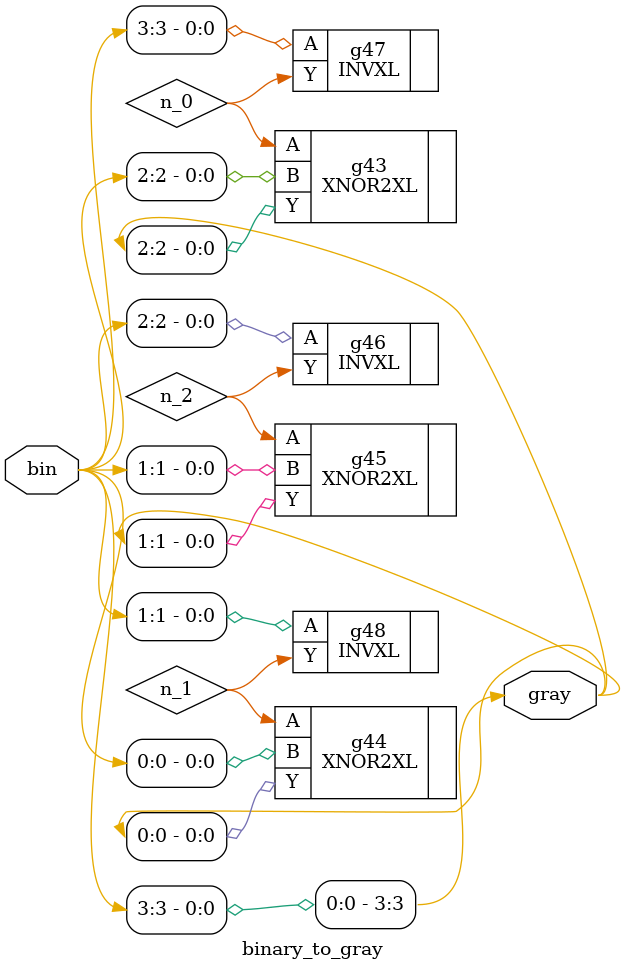
<source format=v>


// Verification Directory fv/binary_to_gray 

module binary_to_gray(bin, gray);
  input [3:0] bin;
  output [3:0] gray;
  wire [3:0] bin;
  wire [3:0] gray;
  wire n_0, n_1, n_2;
  assign gray[3] = bin[3];
  XNOR2XL g43(.A (n_0), .B (bin[2]), .Y (gray[2]));
  XNOR2XL g45(.A (n_2), .B (bin[1]), .Y (gray[1]));
  XNOR2XL g44(.A (n_1), .B (bin[0]), .Y (gray[0]));
  INVXL g46(.A (bin[2]), .Y (n_2));
  INVXL g48(.A (bin[1]), .Y (n_1));
  INVXL g47(.A (bin[3]), .Y (n_0));
endmodule


</source>
